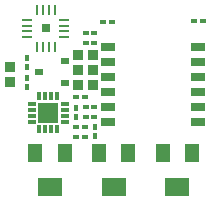
<source format=gtp>
G04*
G04 #@! TF.GenerationSoftware,Altium Limited,Altium Designer,22.2.1 (43)*
G04*
G04 Layer_Color=8421504*
%FSLAX44Y44*%
%MOMM*%
G71*
G04*
G04 #@! TF.SameCoordinates,612C7892-4D37-43AA-9E06-CC9A3CA42B8A*
G04*
G04*
G04 #@! TF.FilePolarity,Positive*
G04*
G01*
G75*
%ADD14R,1.3000X1.6000*%
%ADD15R,2.0000X1.6000*%
%ADD16R,0.7000X0.3000*%
%ADD17R,0.3000X0.7000*%
%ADD18R,1.7000X1.7000*%
%ADD19R,0.4500X0.5000*%
%ADD20R,0.5000X0.4500*%
%ADD21R,0.8000X0.6000*%
%ADD22R,0.8500X0.9000*%
%ADD23R,0.8260X0.2160*%
%ADD24R,0.2160X0.8260*%
%ADD25R,0.8000X0.8000*%
%ADD26R,1.2700X0.7600*%
%ADD27R,0.9000X0.8500*%
D14*
X109500Y42000D02*
D03*
X84500D02*
D03*
X55500D02*
D03*
X30500D02*
D03*
X138500D02*
D03*
X163500D02*
D03*
D15*
X97000Y13000D02*
D03*
X43000D02*
D03*
X151000D02*
D03*
D16*
X27500Y68000D02*
D03*
Y73000D02*
D03*
Y78000D02*
D03*
Y83000D02*
D03*
X55500D02*
D03*
Y78000D02*
D03*
Y73000D02*
D03*
Y68000D02*
D03*
D17*
X49000Y61500D02*
D03*
X44000D02*
D03*
X39000D02*
D03*
X34000D02*
D03*
Y89500D02*
D03*
X39000D02*
D03*
X44000D02*
D03*
X49000D02*
D03*
D18*
X41500Y75500D02*
D03*
D19*
X24000Y97750D02*
D03*
Y105250D02*
D03*
X65500Y79750D02*
D03*
Y72250D02*
D03*
X81000Y63250D02*
D03*
Y55750D02*
D03*
X24000Y121750D02*
D03*
Y114250D02*
D03*
D20*
X80750Y143500D02*
D03*
X73250D02*
D03*
X95250Y152500D02*
D03*
X87750D02*
D03*
X72750Y63500D02*
D03*
X65250D02*
D03*
X73250Y72000D02*
D03*
X80750D02*
D03*
X72750Y55000D02*
D03*
X65250D02*
D03*
X73250Y135000D02*
D03*
X80750D02*
D03*
Y80500D02*
D03*
X73250D02*
D03*
X65250Y89000D02*
D03*
X72750D02*
D03*
X172250Y153500D02*
D03*
X164750D02*
D03*
D21*
X55500Y100500D02*
D03*
Y119500D02*
D03*
X33500Y110000D02*
D03*
D22*
X79500Y124500D02*
D03*
X66500D02*
D03*
X79500Y112000D02*
D03*
X66500D02*
D03*
Y99500D02*
D03*
X79500D02*
D03*
D23*
X23750Y154500D02*
D03*
Y149500D02*
D03*
Y144500D02*
D03*
Y139500D02*
D03*
X55250D02*
D03*
Y144500D02*
D03*
Y149500D02*
D03*
Y154500D02*
D03*
D24*
X32000Y131250D02*
D03*
X37000D02*
D03*
X42000D02*
D03*
X47000D02*
D03*
Y162750D02*
D03*
X42000D02*
D03*
X37000D02*
D03*
X32000D02*
D03*
D25*
X39500Y147000D02*
D03*
D26*
X92400Y131250D02*
D03*
X168600D02*
D03*
X92400Y118550D02*
D03*
X168600D02*
D03*
X92400Y105850D02*
D03*
X168600D02*
D03*
X92400Y93150D02*
D03*
X168600D02*
D03*
X92400Y80450D02*
D03*
X168600D02*
D03*
X92400Y67750D02*
D03*
X168600D02*
D03*
D27*
X9500Y114500D02*
D03*
Y101500D02*
D03*
M02*

</source>
